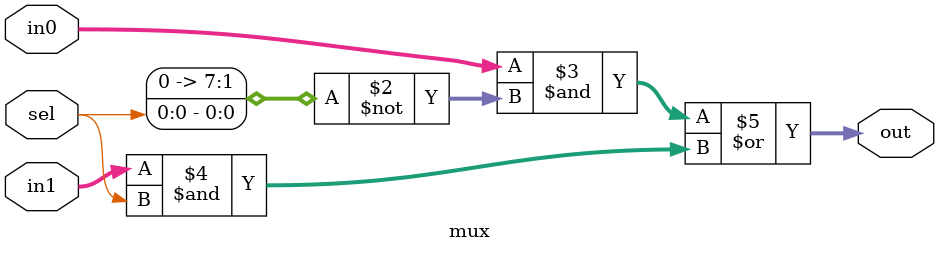
<source format=v>
`timescale 1ns / 1ps


module mux(
    input [7:0] in0,in1,
    input sel,
    output [7:0] out
    );
    
    assign out = (in0&~sel)|(in1&sel);
    
endmodule

</source>
